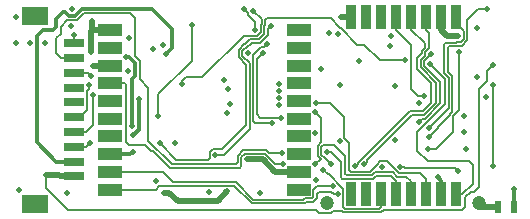
<source format=gtl>
G04 ================== begin FILE IDENTIFICATION RECORD ==================*
G04 Layout Name:  transponderRC2_4-11.brd*
G04 Film Name:    1_TOP*
G04 File Format:  Gerber RS274X*
G04 File Origin:  Cadence Allegro 17.2-S042*
G04 Origin Date:  Thu Jan 24 18:04:02 2019*
G04 *
G04 Layer:  VIA CLASS/TOP*
G04 Layer:  PIN/TOP*
G04 Layer:  ETCH/TOP*
G04 *
G04 Offset:    (0.0000 0.0000)*
G04 Mirror:    No*
G04 Mode:      Positive*
G04 Rotation:  0*
G04 FullContactRelief:  No*
G04 UndefLineWidth:     0.1500*
G04 ================== end FILE IDENTIFICATION RECORD ====================*
%FSAX55Y55*MOMM*%
%IR0*IPPOS*OFA0.00000B0.00000*MIA0B0*SFA1.00000B1.00000*%
%ADD17R,.6X1.*%
%ADD16R,.9X2.*%
%ADD14C,.1*%
%ADD12R,1.8X.7*%
%ADD11C,.5*%
%ADD13R,2.X1.*%
%ADD10R,2.2X1.6*%
%ADD15C,1.2*%
%ADD18C,.3*%
%ADD19C,.15*%
G75*
%LPD*%
G75*
G54D10*
X-0004125000Y0000102500D03*
X-0004125000Y0001697500D03*
G54D11*
G01X-0004030000Y0000348350D02*
X-0003920850Y0000348350D01*
X-0003910000Y0000337500D01*
X-0003795000Y0000337500D01*
G01X-0003490000Y0001275000D02*
X-0003635000Y0001275000D01*
G01X-0003645000Y0001390000D02*
X-0003645000Y0001565000D01*
X-0003635000Y0001575000D01*
G01X-0003635000Y0001575000D02*
X-0003490000Y0001575000D01*
G01X-0003640000Y0001655000D02*
X-0003640000Y0001580000D01*
G01X-0003035000Y0000200000D02*
X-0002985000Y0000200000D01*
X-0002915000Y0000130000D01*
X-0002575000Y0000130000D01*
X-0002495000Y0000210000D01*
G01X-0002328980Y0000481020D02*
X-0002196020Y0000481020D01*
X-0002090000Y0000375000D01*
X-0001890000Y0000375000D01*
G01X-0001319000Y0000185000D02*
X-0001319000Y0000181020D01*
X-0001314980Y0000177000D01*
G01X-0001535000Y0001685000D02*
X-0001446000Y0001685000D01*
G01X-0000684000Y0001685000D02*
X-0000684000Y0001575000D01*
X-0000634000Y0001525000D01*
X-0000540000Y0001525000D01*
G01X-0000205000Y0000080000D02*
X-0000335000Y0000080000D01*
X-0000365000Y0000110000D01*
X-0004254610Y0000222500D03*
X-0004287500Y0001467500D03*
X-0004162500Y0001467500D03*
X-0004287500Y0001682500D03*
X-0003855000Y0000195000D03*
X-0004030000Y0000348350D03*
X-0003800000Y0000965000D03*
X-0003740000Y0000965000D03*
X-0004037500Y0001467500D03*
X-0003795000Y0001532500D03*
X-0003810000Y0001750000D03*
X-0003821290Y0001608060D03*
X-0003655000Y0000620000D03*
X-0003632500Y0001023080D03*
X-0003664270Y0001111280D03*
X-0003650000Y0001190000D03*
X-0003635000Y0001275000D03*
X-0003645000Y0001390000D03*
X-0003355000Y0001350000D03*
X-0003640000Y0001655000D03*
X-0003095000Y0000300000D03*
X-0003035000Y0000200000D03*
X-0003297500Y0000545000D03*
X-0003084800Y0000847440D03*
X-0003300000Y0000764940D03*
X-0003292500Y0000685000D03*
X-0003067500Y0000617500D03*
X-0003245000Y0000990000D03*
X-0003330000Y0001510000D03*
X-0003120000Y0001415000D03*
X-0003037340Y0001450190D03*
X-0003335000Y0001230000D03*
X-0002937500Y0000617500D03*
X-0002880000Y0001115000D03*
X-0003010000Y0001375000D03*
X-0002795000Y0001622500D03*
X-0002328980Y0000481020D03*
X-0002650390Y0000201020D03*
X-0002595000Y0000520000D03*
X-0002495000Y0000210000D03*
X-0002495000Y0000870000D03*
X-0002475000Y0000950000D03*
X-0002525000Y0001155000D03*
X-0002485000Y0001080000D03*
X-0002353490Y0001750520D03*
X-0002220000Y0000195000D03*
X-0002027090Y0000440000D03*
X-0002115000Y0000787500D03*
X-0002038910Y0000835000D03*
X-0002030000Y0000535000D03*
X-0002060000Y0001120000D03*
X-0002060000Y0000940000D03*
X-0002060000Y0001000000D03*
X-0002060000Y0001060000D03*
X-0002322500Y0001377500D03*
X-0002157890Y0001457890D03*
X-0002194220Y0001379120D03*
X-0002275000Y0001735000D03*
X-0002125000Y0001610000D03*
X-0002260000Y0001575000D03*
X-0001745000Y0000305000D03*
X-0001750000Y0000440000D03*
X-0001684460Y0000394120D03*
X-0001650000Y0000540000D03*
X-0001750000Y0000700000D03*
X-0001750000Y0000880000D03*
X-0001744300Y0000959800D03*
X-0001890000Y0001425000D03*
X-0001699780Y0001242230D03*
X-0001314980Y0000177000D03*
X-0001446000Y0000185000D03*
X-0001561110Y0000184600D03*
X-0001613910Y0000441090D03*
X-0001601100Y0000253900D03*
X-0001335150Y0000437650D03*
X-0001414600Y0000422500D03*
X-0001545000Y0000635000D03*
X-0001540000Y0001110000D03*
X-0001375770Y0001309490D03*
X-0001555000Y0001545000D03*
X-0001634610Y0001552970D03*
X-0001535000Y0001685000D03*
X-0001182500Y0000417500D03*
X-0001028660Y0000417500D03*
X-0001075000Y0000645000D03*
X-0001075000Y0001105000D03*
X-0001105000Y0001525000D03*
X-0001115000Y0001439500D03*
X-0000993070Y0001318070D03*
X-0000714000Y0000330000D03*
X-0000873590Y0000798590D03*
X-0000791370Y0000667780D03*
X-0000795000Y0000570000D03*
X-0000786470Y0000747640D03*
X-0000873270Y0000955000D03*
X-0000826470Y0001019890D03*
X-0000770000Y0001370000D03*
X-0000781150Y0001290780D03*
X-0000545000Y0000385000D03*
X-0000495000Y0000850000D03*
X-0000490000Y0000710000D03*
X-0000475000Y0000570000D03*
X-0000305000Y0001005000D03*
X-0000380000Y0001175000D03*
X-0000540000Y0001525000D03*
X-0000534650Y0001390000D03*
X-0000380000Y0001590000D03*
X-0000295000Y0001750000D03*
X-0000065000Y0000230000D03*
X-0000242990Y0000427500D03*
X-0000247500Y0001112500D03*
X-0000243590Y0001283910D03*
G54D12*
X-0003795000Y0000337500D03*
X-0003795000Y0000462500D03*
X-0003795000Y0000837500D03*
X-0003795000Y0000712500D03*
X-0003795000Y0000587500D03*
X-0003795000Y0001212500D03*
X-0003795000Y0001087500D03*
X-0003795000Y0000962500D03*
X-0003795000Y0001462500D03*
X-0003795000Y0001337500D03*
G54D13*
X-0003490000Y0000225000D03*
X-0003490000Y0000375000D03*
X-0003490000Y0000525000D03*
X-0003490000Y0000675000D03*
X-0003490000Y0000825000D03*
X-0003490000Y0000975000D03*
X-0003490000Y0001125000D03*
X-0003490000Y0001275000D03*
X-0003490000Y0001425000D03*
X-0003490000Y0001575000D03*
X-0001890000Y0000525000D03*
X-0001890000Y0000375000D03*
X-0001890000Y0000225000D03*
X-0001890000Y0000825000D03*
X-0001890000Y0000675000D03*
X-0001890000Y0001125000D03*
X-0001890000Y0000975000D03*
X-0001890000Y0001575000D03*
X-0001890000Y0001425000D03*
X-0001890000Y0001275000D03*
G54D14*
X-0002670000Y0000980000D03*
G54D15*
X-0001655000Y0000110000D03*
X-0000365000Y0000110000D03*
G54D16*
X-0001319000Y0000185000D03*
X-0001446000Y0000185000D03*
X-0001446000Y0001685000D03*
X-0001319000Y0001685000D03*
X-0000938000Y0000185000D03*
X-0001065000Y0000185000D03*
X-0001192000Y0000185000D03*
X-0001192000Y0001685000D03*
X-0001065000Y0001685000D03*
X-0000938000Y0001685000D03*
X-0000684000Y0000185000D03*
X-0000811000Y0000185000D03*
X-0000811000Y0001685000D03*
X-0000684000Y0001685000D03*
X-0000557000Y0000185000D03*
X-0000557000Y0001685000D03*
G54D17*
X-0000065000Y0000080000D03*
X-0000205000Y0000080000D03*
G54D18*
G01X-0003010000Y0001375000D02*
X-0002965000Y0001420000D01*
X-0002965000Y0001585000D01*
X-0003135000Y0001755000D01*
X-0003727210Y0001755000D01*
X-0003787210Y0001695000D01*
X-0003832790Y0001695000D01*
X-0003865000Y0001727210D01*
X-0003882790Y0001727210D01*
X-0003945000Y0001665000D01*
X-0003945000Y0001605000D01*
X-0003975000Y0001575000D01*
X-0004055000Y0001575000D01*
X-0004105000Y0001525000D01*
X-0004105000Y0000625000D01*
X-0003942500Y0000462500D01*
X-0003795000Y0000462500D01*
G01X-0003490000Y0000525000D02*
X-0003317500Y0000525000D01*
X-0003297500Y0000545000D01*
G01X-0003640000Y0001580000D02*
X-0003635000Y0001575000D01*
G01X-0003355000Y0001350000D02*
X-0003330000Y0001350000D01*
X-0003275000Y0001295000D01*
X-0003275000Y0001189990D01*
X-0003300000Y0001164990D01*
X-0003300000Y0000764940D01*
G01X-0003245000Y0000990000D02*
X-0003245000Y0000732500D01*
X-0003292500Y0000685000D01*
G01X-0001319000Y0000190000D02*
X-0001319000Y0000185000D01*
G01X-0001446000Y0000190000D02*
X-0001446000Y0000185000D01*
G01X-0001530000Y0001690000D02*
X-0001535000Y0001685000D01*
G01X-0000684000Y0000185000D02*
X-0000684000Y0000300000D01*
X-0000714000Y0000330000D01*
G01X-0000684000Y0001690000D02*
X-0000684000Y0001685000D01*
G01X-0000065000Y0000080000D02*
X-0000065000Y0000230000D01*
G54D19*
G01X-0004030000Y0000348350D02*
X-0004030000Y0000240000D01*
X-0003840000Y0000050000D01*
X-0001745000Y0000050000D01*
X-0001722500Y0000027500D01*
X-0001620820Y0000027500D01*
X-0001603320Y0000045000D01*
X-0001525250Y0000045000D01*
X-0001512750Y0000032500D01*
X-0001194570Y0000032500D01*
X-0001172070Y0000055000D01*
X-0000505000Y0000055000D01*
X-0000480000Y0000080000D01*
X-0000480000Y0000160000D01*
X-0000435000Y0000205000D01*
X-0000405000Y0000205000D01*
X-0000360000Y0000250000D01*
X-0000360000Y0001080000D01*
X-0000300000Y0001140000D01*
X-0000300000Y0001227500D01*
X-0000243590Y0001283910D01*
G01X-0003632500Y0001023080D02*
X-0003632500Y0000775000D01*
X-0003695000Y0000712500D01*
X-0003795000Y0000712500D01*
G01X-0003664270Y0001111280D02*
X-0003664270Y0001078780D01*
X-0003680000Y0001063050D01*
X-0003680000Y0000897500D01*
X-0003740000Y0000837500D01*
X-0003795000Y0000837500D01*
G01X-0003795000Y0000587500D02*
X-0003687500Y0000587500D01*
X-0003655000Y0000620000D01*
G01X-0003795000Y0001337500D02*
X-0003902500Y0001337500D01*
X-0003945000Y0001380000D01*
X-0003945000Y0001505000D01*
X-0003905000Y0001545000D01*
X-0003905000Y0001600830D01*
X-0003848330Y0001657500D01*
X-0003771670Y0001657500D01*
X-0003711670Y0001717500D01*
X-0003317500Y0001717500D01*
X-0003280000Y0001680000D01*
X-0003280000Y0001353040D01*
X-0003237500Y0001310540D01*
X-0003237500Y0001157500D01*
X-0003165000Y0001085000D01*
X-0003165000Y0000640000D01*
X-0002965000Y0000440000D01*
X-0002421480Y0000440000D01*
X-0002406480Y0000455000D01*
X-0002406480Y0000513130D01*
X-0002361090Y0000558520D01*
X-0002163910Y0000558520D01*
X-0002140390Y0000535000D01*
X-0002030000Y0000535000D01*
G01X-0003795000Y0001532500D02*
X-0003795000Y0001462500D01*
G01X-0003795000Y0001212500D02*
X-0003672500Y0001212500D01*
X-0003650000Y0001190000D01*
G01X-0001601100Y0000253900D02*
X-0001736100Y0000253900D01*
X-0001767500Y0000222500D01*
X-0001767500Y0000165680D01*
X-0001780680Y0000152500D01*
X-0001837500Y0000152500D01*
X-0001850000Y0000140000D01*
X-0002275000Y0000140000D01*
X-0002425000Y0000290000D01*
X-0002955000Y0000290000D01*
X-0003040000Y0000375000D01*
X-0003490000Y0000375000D01*
G01X-0001561110Y0000184600D02*
X-0001593610Y0000184600D01*
X-0001614010Y0000205000D01*
X-0001717500Y0000205000D01*
X-0001737500Y0000185000D01*
X-0001737500Y0000153250D01*
X-0001768250Y0000122500D01*
X-0001825070Y0000122500D01*
X-0001837570Y0000110000D01*
X-0002287430Y0000110000D01*
X-0002434930Y0000257500D01*
X-0003070320Y0000257500D01*
X-0003102820Y0000225000D01*
X-0003490000Y0000225000D01*
G01X-0002027090Y0000440000D02*
X-0002087820Y0000440000D01*
X-0002176340Y0000528520D01*
X-0002348660Y0000528520D01*
X-0002376480Y0000500700D01*
X-0002376480Y0000423940D01*
X-0002390420Y0000410000D01*
X-0002977430Y0000410000D01*
X-0003122430Y0000555000D01*
X-0003140000Y0000555000D01*
X-0003190000Y0000605000D01*
X-0003330000Y0000605000D01*
X-0003350000Y0000625000D01*
X-0003350000Y0001110000D01*
X-0003365000Y0001125000D01*
X-0003490000Y0001125000D01*
G01X-0002795000Y0001622500D02*
X-0002795000Y0001315000D01*
X-0003080000Y0001030000D01*
X-0003080000Y0000884740D01*
X-0003084800Y0000879940D01*
X-0003084800Y0000847440D01*
G01X-0000993070Y0001318070D02*
X-0001203070Y0001318070D01*
X-0001335000Y0001450000D01*
X-0001392820Y0001450000D01*
X-0001535320Y0001592500D01*
X-0001537500Y0001592500D01*
X-0001620000Y0001675000D01*
X-0002160000Y0001675000D01*
X-0002175000Y0001660000D01*
X-0002175000Y0001617560D01*
X-0002182500Y0001610060D01*
X-0002182500Y0001542890D01*
X-0002227890Y0001497500D01*
X-0002302430Y0001497500D01*
X-0002344930Y0001455000D01*
X-0002354610Y0001455000D01*
X-0002400000Y0001409610D01*
X-0002400000Y0001345390D01*
X-0002335000Y0001280390D01*
X-0002335000Y0000770000D01*
X-0002537500Y0000567500D01*
X-0002614680Y0000567500D01*
X-0002642500Y0000539680D01*
X-0002642500Y0000490610D01*
X-0002657500Y0000475610D01*
X-0002925610Y0000475610D01*
X-0003067500Y0000617500D01*
G01X-0002275000Y0001735000D02*
X-0002205000Y0001665000D01*
X-0002205000Y0001629990D01*
X-0002212500Y0001622490D01*
X-0002212500Y0001555320D01*
X-0002240320Y0001527500D01*
X-0002357490Y0001527500D01*
X-0002709990Y0001175000D01*
X-0002845000Y0001175000D01*
X-0002880000Y0001140000D01*
X-0002880000Y0001115000D01*
G01X-0002125000Y0001610000D02*
X-0002147990Y0001587010D01*
X-0002147990Y0001534970D01*
X-0002215460Y0001467500D01*
X-0002290000Y0001467500D01*
X-0002332500Y0001425000D01*
X-0002342180Y0001425000D01*
X-0002370000Y0001397180D01*
X-0002370000Y0001357820D01*
X-0002305000Y0001292820D01*
X-0002305000Y0000740010D01*
X-0002525010Y0000520000D01*
X-0002595000Y0000520000D01*
G01X-0002260000Y0001575000D02*
X-0002260000Y0001640010D01*
X-0002322500Y0001702510D01*
X-0002322500Y0001719530D01*
X-0002353490Y0001750520D01*
G01X-0002115000Y0000787500D02*
X-0002260000Y0000787500D01*
X-0002275000Y0000802500D01*
X-0002275000Y0001365530D01*
X-0002205630Y0001434900D01*
X-0002180880Y0001434900D01*
X-0002157890Y0001457890D01*
G01X-0002194220Y0001379120D02*
X-0002245000Y0001328340D01*
X-0002245000Y0000862500D01*
X-0002217500Y0000835000D01*
X-0002038910Y0000835000D01*
G01X-0000938000Y0000185000D02*
X-0000938000Y0000293500D01*
X-0000979500Y0000335000D01*
X-0001057430Y0000335000D01*
X-0001092430Y0000370000D01*
X-0001247570Y0000370000D01*
X-0001272570Y0000345000D01*
X-0001480000Y0000345000D01*
X-0001495000Y0000360000D01*
X-0001495000Y0000505010D01*
X-0001589990Y0000600000D01*
X-0001682500Y0000600000D01*
X-0001697500Y0000585000D01*
X-0001697500Y0000520320D01*
X-0001669680Y0000492500D01*
X-0001665320Y0000492500D01*
X-0001613910Y0000441090D01*
G01X-0001750000Y0000880000D02*
X-0001700000Y0000830000D01*
X-0001700000Y0000624930D01*
X-0001727500Y0000597430D01*
X-0001727500Y0000507890D01*
X-0001704810Y0000485190D01*
X-0001750000Y0000440000D01*
G01X-0001684460Y0000394120D02*
X-0001645340Y0000355000D01*
X-0001635010Y0000355000D01*
X-0001513500Y0000233490D01*
X-0001513500Y0000075680D01*
X-0001500320Y0000062500D01*
X-0001207000Y0000062500D01*
X-0001192000Y0000077500D01*
X-0001192000Y0000185000D01*
G01X-0000811000Y0000185000D02*
X-0000811000Y0000316000D01*
X-0000860000Y0000365000D01*
X-0001045000Y0000365000D01*
X-0001145000Y0000465000D01*
X-0001202180Y0000465000D01*
X-0001230000Y0000437180D01*
X-0001230000Y0000430000D01*
X-0001285000Y0000375000D01*
X-0001450000Y0000375000D01*
X-0001465000Y0000390000D01*
X-0001465000Y0000622180D01*
X-0001505000Y0000662180D01*
X-0001505000Y0000840000D01*
X-0001624800Y0000959800D01*
X-0001744300Y0000959800D01*
G01X-0001650000Y0000540000D02*
X-0001617500Y0000540000D01*
X-0001535000Y0000457500D01*
X-0001535000Y0000330000D01*
X-0001520000Y0000315000D01*
X-0001260140Y0000315000D01*
X-0001235140Y0000340000D01*
X-0001111500Y0000340000D01*
X-0001065000Y0000293500D01*
X-0001065000Y0000185000D01*
G01X-0001335150Y0000437650D02*
X-0001312160Y0000460640D01*
X-0001312160Y0000475020D01*
X-0000932180Y0000855000D01*
X-0000831150Y0000855000D01*
X-0000730000Y0000956150D01*
X-0000730000Y0001130020D01*
X-0000858650Y0001258670D01*
X-0000858650Y0001322890D01*
X-0000822990Y0001358550D01*
X-0000822990Y0001359440D01*
X-0000817500Y0001364930D01*
X-0000817500Y0001389680D01*
X-0000785000Y0001422180D01*
X-0000785000Y0001551500D01*
X-0000811000Y0001577500D01*
X-0000811000Y0001685000D01*
G01X-0001414600Y0000422500D02*
X-0001391610Y0000445490D01*
X-0001391610Y0000448370D01*
X-0000949980Y0000890000D01*
X-0000838580Y0000890000D01*
X-0000770000Y0000958580D01*
X-0000770000Y0001127590D01*
X-0000888650Y0001246240D01*
X-0000888650Y0001335320D01*
X-0000852990Y0001370980D01*
X-0000852990Y0001371870D01*
X-0000847500Y0001377360D01*
X-0000847500Y0001402110D01*
X-0000825000Y0001424610D01*
X-0000825000Y0001464500D01*
X-0000938000Y0001577500D01*
X-0000938000Y0001685000D01*
G01X-0000545000Y0000385000D02*
X-0000570610Y0000410610D01*
X-0000989270Y0000410610D01*
X-0000996160Y0000417500D01*
X-0001028660Y0000417500D01*
G01X-0000826470Y0001019890D02*
X-0000879890Y0001019890D01*
X-0000940000Y0001080000D01*
X-0000940000Y0001452500D01*
X-0001065000Y0001577500D01*
X-0001065000Y0001685000D01*
G01X-0000781150Y0001290780D02*
X-0000655000Y0001164630D01*
X-0000655000Y0000946290D01*
X-0000833970Y0000767320D01*
X-0000833970Y0000766030D01*
X-0000890000Y0000710000D01*
X-0000890000Y0000555000D01*
X-0000800000Y0000465000D01*
X-0000450000Y0000465000D01*
X-0000415000Y0000430000D01*
X-0000415000Y0000274500D01*
X-0000504500Y0000185000D01*
X-0000557000Y0000185000D01*
G01X-0000770000Y0001370000D02*
X-0000792990Y0001347010D01*
X-0000792990Y0001346120D01*
X-0000828650Y0001310460D01*
X-0000828650Y0001271100D01*
X-0000690000Y0001132450D01*
X-0000690000Y0000953720D01*
X-0000822140Y0000821580D01*
X-0000850600Y0000821580D01*
X-0000873590Y0000798590D01*
G01X-0000791370Y0000667780D02*
X-0000715000Y0000744150D01*
X-0000715000Y0000755000D01*
X-0000610000Y0000860000D01*
X-0000610000Y0000862430D01*
X-0000590000Y0000882430D01*
X-0000590000Y0001184490D01*
X-0000630000Y0001224490D01*
X-0000630000Y0001427500D01*
X-0000617500Y0001440000D01*
X-0000549750Y0001440000D01*
X-0000547250Y0001442500D01*
X-0000507890Y0001442500D01*
X-0000462500Y0001487890D01*
X-0000462500Y0001662500D01*
X-0000375000Y0001750000D01*
X-0000295000Y0001750000D01*
G01X-0000534650Y0001390000D02*
X-0000534650Y0000895350D01*
X-0000580000Y0000850000D01*
X-0000580000Y0000715000D01*
X-0000725000Y0000570000D01*
X-0000795000Y0000570000D01*
G01X-0000786470Y0000747640D02*
X-0000746680Y0000787430D01*
X-0000745000Y0000787430D01*
X-0000620000Y0000912430D01*
X-0000620000Y0001172060D01*
X-0000660000Y0001212060D01*
X-0000660000Y0001455000D01*
X-0000645000Y0001470000D01*
X-0000562180Y0001470000D01*
X-0000557180Y0001475000D01*
X-0000517820Y0001475000D01*
X-0000492500Y0001500320D01*
X-0000492500Y0001565500D01*
X-0000557000Y0001630000D01*
X-0000557000Y0001685000D01*
G01X-0000811000Y0001690000D02*
X-0000811000Y0001685000D01*
G01X-0000938000Y0001690000D02*
X-0000938000Y0001685000D01*
G01X-0000247500Y0001112500D02*
X-0000247500Y0001080000D01*
X-0000242990Y0001075490D01*
X-0000242990Y0000427500D01*
M02*

</source>
